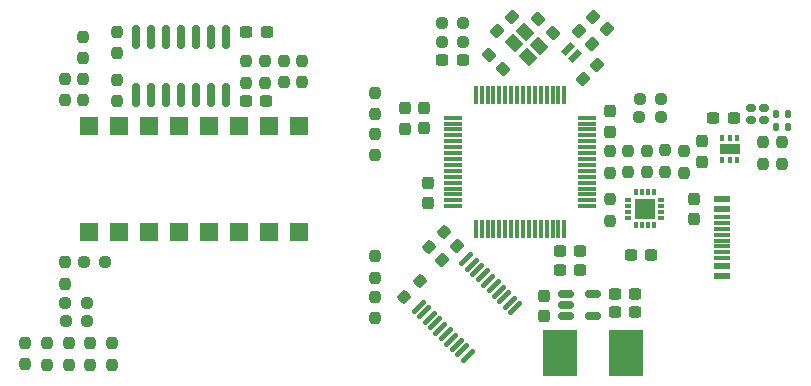
<source format=gtp>
G04 #@! TF.GenerationSoftware,KiCad,Pcbnew,7.0.2-0*
G04 #@! TF.CreationDate,2023-05-07T22:08:19-05:00*
G04 #@! TF.ProjectId,spudglo_driver_v4p3,73707564-676c-46f5-9f64-72697665725f,rev?*
G04 #@! TF.SameCoordinates,Original*
G04 #@! TF.FileFunction,Paste,Top*
G04 #@! TF.FilePolarity,Positive*
%FSLAX46Y46*%
G04 Gerber Fmt 4.6, Leading zero omitted, Abs format (unit mm)*
G04 Created by KiCad (PCBNEW 7.0.2-0) date 2023-05-07 22:08:19*
%MOMM*%
%LPD*%
G01*
G04 APERTURE LIST*
G04 Aperture macros list*
%AMRoundRect*
0 Rectangle with rounded corners*
0 $1 Rounding radius*
0 $2 $3 $4 $5 $6 $7 $8 $9 X,Y pos of 4 corners*
0 Add a 4 corners polygon primitive as box body*
4,1,4,$2,$3,$4,$5,$6,$7,$8,$9,$2,$3,0*
0 Add four circle primitives for the rounded corners*
1,1,$1+$1,$2,$3*
1,1,$1+$1,$4,$5*
1,1,$1+$1,$6,$7*
1,1,$1+$1,$8,$9*
0 Add four rect primitives between the rounded corners*
20,1,$1+$1,$2,$3,$4,$5,0*
20,1,$1+$1,$4,$5,$6,$7,0*
20,1,$1+$1,$6,$7,$8,$9,0*
20,1,$1+$1,$8,$9,$2,$3,0*%
%AMRotRect*
0 Rectangle, with rotation*
0 The origin of the aperture is its center*
0 $1 length*
0 $2 width*
0 $3 Rotation angle, in degrees counterclockwise*
0 Add horizontal line*
21,1,$1,$2,0,0,$3*%
G04 Aperture macros list end*
%ADD10RoundRect,0.160000X0.222500X0.160000X-0.222500X0.160000X-0.222500X-0.160000X0.222500X-0.160000X0*%
%ADD11RoundRect,0.135000X-0.135000X-0.185000X0.135000X-0.185000X0.135000X0.185000X-0.135000X0.185000X0*%
%ADD12RoundRect,0.237500X-0.237500X0.250000X-0.237500X-0.250000X0.237500X-0.250000X0.237500X0.250000X0*%
%ADD13RoundRect,0.237500X0.250000X0.237500X-0.250000X0.237500X-0.250000X-0.237500X0.250000X-0.237500X0*%
%ADD14RoundRect,0.237500X-0.237500X0.300000X-0.237500X-0.300000X0.237500X-0.300000X0.237500X0.300000X0*%
%ADD15RotRect,0.575000X1.140000X135.000000*%
%ADD16RoundRect,0.075000X-0.075000X0.700000X-0.075000X-0.700000X0.075000X-0.700000X0.075000X0.700000X0*%
%ADD17RoundRect,0.075000X-0.700000X0.075000X-0.700000X-0.075000X0.700000X-0.075000X0.700000X0.075000X0*%
%ADD18RoundRect,0.237500X-0.300000X-0.237500X0.300000X-0.237500X0.300000X0.237500X-0.300000X0.237500X0*%
%ADD19RoundRect,0.237500X0.237500X-0.250000X0.237500X0.250000X-0.237500X0.250000X-0.237500X-0.250000X0*%
%ADD20RoundRect,0.237500X0.300000X0.237500X-0.300000X0.237500X-0.300000X-0.237500X0.300000X-0.237500X0*%
%ADD21R,1.500000X1.500000*%
%ADD22RoundRect,0.237500X-0.008839X-0.344715X0.344715X0.008839X0.008839X0.344715X-0.344715X-0.008839X0*%
%ADD23R,3.000000X4.000000*%
%ADD24RotRect,1.000000X1.200000X45.000000*%
%ADD25RoundRect,0.237500X0.237500X-0.300000X0.237500X0.300000X-0.237500X0.300000X-0.237500X-0.300000X0*%
%ADD26RoundRect,0.237500X-0.250000X-0.237500X0.250000X-0.237500X0.250000X0.237500X-0.250000X0.237500X0*%
%ADD27RoundRect,0.237500X-0.044194X-0.380070X0.380070X0.044194X0.044194X0.380070X-0.380070X-0.044194X0*%
%ADD28RoundRect,0.150000X-0.512500X-0.150000X0.512500X-0.150000X0.512500X0.150000X-0.512500X0.150000X0*%
%ADD29RoundRect,0.237500X-0.380070X0.044194X0.044194X-0.380070X0.380070X-0.044194X-0.044194X0.380070X0*%
%ADD30R,1.450000X0.600000*%
%ADD31R,1.450000X0.300000*%
%ADD32R,0.625000X0.300000*%
%ADD33R,0.300000X0.625000*%
%ADD34R,1.700000X1.700000*%
%ADD35RoundRect,0.237500X0.380070X-0.044194X-0.044194X0.380070X-0.380070X0.044194X0.044194X-0.380070X0*%
%ADD36R,0.400000X0.470000*%
%ADD37R,1.700000X0.950000*%
%ADD38RoundRect,0.100000X0.380070X0.521491X-0.521491X-0.380070X-0.380070X-0.521491X0.521491X0.380070X0*%
%ADD39RoundRect,0.150000X-0.150000X0.825000X-0.150000X-0.825000X0.150000X-0.825000X0.150000X0.825000X0*%
G04 APERTURE END LIST*
D10*
X262745000Y-57875000D03*
X261600000Y-57875000D03*
X262745000Y-56875000D03*
X261600000Y-56875000D03*
D11*
X263755000Y-57450000D03*
X264775000Y-57450000D03*
X263765000Y-58500000D03*
X264785000Y-58500000D03*
D12*
X207510000Y-76840000D03*
X207510000Y-78665000D03*
D13*
X206955000Y-69950000D03*
X205130000Y-69950000D03*
D14*
X244100000Y-72797500D03*
X244100000Y-74522500D03*
D15*
X246691682Y-52471682D03*
X246108318Y-51888318D03*
D16*
X245812000Y-55793000D03*
X245312000Y-55793000D03*
X244812000Y-55793000D03*
X244312000Y-55793000D03*
X243812000Y-55793000D03*
X243312000Y-55793000D03*
X242812000Y-55793000D03*
X242312000Y-55793000D03*
X241812000Y-55793000D03*
X241312000Y-55793000D03*
X240812000Y-55793000D03*
X240312000Y-55793000D03*
X239812000Y-55793000D03*
X239312000Y-55793000D03*
X238812000Y-55793000D03*
X238312000Y-55793000D03*
D17*
X236387000Y-57718000D03*
X236387000Y-58218000D03*
X236387000Y-58718000D03*
X236387000Y-59218000D03*
X236387000Y-59718000D03*
X236387000Y-60218000D03*
X236387000Y-60718000D03*
X236387000Y-61218000D03*
X236387000Y-61718000D03*
X236387000Y-62218000D03*
X236387000Y-62718000D03*
X236387000Y-63218000D03*
X236387000Y-63718000D03*
X236387000Y-64218000D03*
X236387000Y-64718000D03*
X236387000Y-65218000D03*
D16*
X238312000Y-67143000D03*
X238812000Y-67143000D03*
X239312000Y-67143000D03*
X239812000Y-67143000D03*
X240312000Y-67143000D03*
X240812000Y-67143000D03*
X241312000Y-67143000D03*
X241812000Y-67143000D03*
X242312000Y-67143000D03*
X242812000Y-67143000D03*
X243312000Y-67143000D03*
X243812000Y-67143000D03*
X244312000Y-67143000D03*
X244812000Y-67143000D03*
X245312000Y-67143000D03*
X245812000Y-67143000D03*
D17*
X247737000Y-65218000D03*
X247737000Y-64718000D03*
X247737000Y-64218000D03*
X247737000Y-63718000D03*
X247737000Y-63218000D03*
X247737000Y-62718000D03*
X247737000Y-62218000D03*
X247737000Y-61718000D03*
X247737000Y-61218000D03*
X247737000Y-60718000D03*
X247737000Y-60218000D03*
X247737000Y-59718000D03*
X247737000Y-59218000D03*
X247737000Y-58718000D03*
X247737000Y-58218000D03*
X247737000Y-57718000D03*
D18*
X218887500Y-50440000D03*
X220612500Y-50440000D03*
D19*
X205090000Y-56260000D03*
X205090000Y-54435000D03*
D20*
X237202500Y-52870000D03*
X235477500Y-52870000D03*
D18*
X251450000Y-69380000D03*
X253175000Y-69380000D03*
D20*
X260140000Y-57777500D03*
X258415000Y-57777500D03*
D21*
X205570000Y-67400000D03*
X208110000Y-67400000D03*
X210650000Y-67400000D03*
X213190000Y-67400000D03*
X215730000Y-67400000D03*
X218270000Y-67400000D03*
X220810000Y-67400000D03*
X223350000Y-67400000D03*
X223350000Y-58400000D03*
X220810000Y-58400000D03*
X218270000Y-58400000D03*
X215730000Y-58400000D03*
X213190000Y-58400000D03*
X210650000Y-58400000D03*
X208110000Y-58400000D03*
X205570000Y-58400000D03*
D12*
X229750000Y-69460000D03*
X229750000Y-71285000D03*
D22*
X232274765Y-72875235D03*
X233565235Y-71584765D03*
D23*
X251010000Y-77660000D03*
X245410000Y-77660000D03*
D18*
X250077500Y-74200000D03*
X251802500Y-74200000D03*
D24*
X241549340Y-51368579D03*
X242751421Y-52570660D03*
X243670660Y-51651421D03*
X242468579Y-50449340D03*
D19*
X249670000Y-66465000D03*
X249670000Y-64640000D03*
D13*
X205422500Y-74970000D03*
X203597500Y-74970000D03*
D25*
X233910000Y-58605000D03*
X233910000Y-56880000D03*
D19*
X223620000Y-54735000D03*
X223620000Y-52910000D03*
D12*
X203570000Y-54440000D03*
X203570000Y-56265000D03*
D19*
X229770000Y-74720000D03*
X229770000Y-72895000D03*
D25*
X234260000Y-64955000D03*
X234260000Y-63230000D03*
D26*
X252180000Y-56120000D03*
X254005000Y-56120000D03*
D12*
X205620000Y-76827500D03*
X205620000Y-78652500D03*
D20*
X247135000Y-69030000D03*
X245410000Y-69030000D03*
D27*
X247048318Y-50378318D03*
X248268078Y-49158558D03*
D13*
X253982500Y-57690000D03*
X252157500Y-57690000D03*
X237250000Y-51300000D03*
X235425000Y-51300000D03*
D12*
X203550000Y-69950000D03*
X203550000Y-71775000D03*
X251220000Y-60510000D03*
X251220000Y-62335000D03*
X207960000Y-54490000D03*
X207960000Y-56315000D03*
D28*
X245962500Y-72630000D03*
X245962500Y-73580000D03*
X245962500Y-74530000D03*
X248237500Y-74530000D03*
X248237500Y-72630000D03*
D27*
X240140240Y-50379760D03*
X241360000Y-49160000D03*
D29*
X239430240Y-52380240D03*
X240650000Y-53600000D03*
D19*
X218850000Y-54750000D03*
X218850000Y-52925000D03*
X207900000Y-52282500D03*
X207900000Y-50457500D03*
D12*
X255910000Y-60555000D03*
X255910000Y-62380000D03*
X252770000Y-60517500D03*
X252770000Y-62342500D03*
D19*
X262610000Y-61625000D03*
X262610000Y-59800000D03*
X229780000Y-60892500D03*
X229780000Y-59067500D03*
D12*
X205070000Y-50865000D03*
X205070000Y-52690000D03*
D14*
X249670000Y-57177500D03*
X249670000Y-58902500D03*
D22*
X234329530Y-68690470D03*
X235620000Y-67400000D03*
D30*
X259165000Y-71120000D03*
X259165000Y-70320000D03*
D31*
X259165000Y-69120000D03*
X259165000Y-68120000D03*
X259165000Y-67620000D03*
X259165000Y-66620000D03*
D30*
X259165000Y-65420000D03*
X259165000Y-64620000D03*
X259165000Y-64620000D03*
X259165000Y-65420000D03*
D31*
X259165000Y-66120000D03*
X259165000Y-67120000D03*
X259165000Y-68620000D03*
X259165000Y-69620000D03*
D30*
X259165000Y-70320000D03*
X259165000Y-71120000D03*
D18*
X250077500Y-72610000D03*
X251802500Y-72610000D03*
D19*
X220460000Y-54750000D03*
X220460000Y-52925000D03*
D20*
X247132500Y-70590000D03*
X245407500Y-70590000D03*
D13*
X205392500Y-73370000D03*
X203567500Y-73370000D03*
D32*
X253987500Y-66190000D03*
X253987500Y-65690000D03*
X253987500Y-65190000D03*
X253987500Y-64690000D03*
D33*
X253380000Y-64022500D03*
X252880000Y-64022500D03*
X252380000Y-64022500D03*
X251880000Y-64022500D03*
D32*
X251212500Y-64690000D03*
X251212500Y-65190000D03*
X251212500Y-65690000D03*
X251212500Y-66190000D03*
D33*
X251880000Y-66797500D03*
X252380000Y-66797500D03*
X252880000Y-66797500D03*
X253380000Y-66797500D03*
D34*
X252605000Y-65415000D03*
D27*
X248168318Y-51458318D03*
X249388078Y-50238558D03*
D12*
X249660000Y-60550000D03*
X249660000Y-62375000D03*
D25*
X256810000Y-66315000D03*
X256810000Y-64590000D03*
D18*
X218844999Y-56340000D03*
X220569999Y-56340000D03*
D35*
X244820000Y-50580000D03*
X243600240Y-49360240D03*
D12*
X229770000Y-55590000D03*
X229770000Y-57415000D03*
D26*
X235425000Y-49690000D03*
X237250000Y-49690000D03*
D25*
X232330000Y-58642500D03*
X232330000Y-56917500D03*
D12*
X254320000Y-60497500D03*
X254320000Y-62322500D03*
D27*
X247370120Y-54469880D03*
X248589880Y-53250120D03*
D36*
X259160000Y-61310000D03*
X259810000Y-61310000D03*
X260460000Y-61310000D03*
X260460000Y-59480000D03*
X259810000Y-59480000D03*
X259160000Y-59480000D03*
D37*
X259810000Y-60395000D03*
D38*
X241662380Y-73834194D03*
X241202761Y-73374575D03*
X240743142Y-72914955D03*
X240283522Y-72455336D03*
X239823903Y-71995717D03*
X239364283Y-71536097D03*
X238904664Y-71076478D03*
X238445045Y-70616858D03*
X237985425Y-70157239D03*
X237525806Y-69697620D03*
X233477620Y-73745806D03*
X233937239Y-74205425D03*
X234396858Y-74665045D03*
X234856478Y-75124664D03*
X235316097Y-75584283D03*
X235775717Y-76043903D03*
X236235336Y-76503522D03*
X236694955Y-76963142D03*
X237154575Y-77422761D03*
X237614194Y-77882380D03*
D12*
X203890000Y-76810000D03*
X203890000Y-78635000D03*
D39*
X217180000Y-50880000D03*
X215910000Y-50880000D03*
X214640000Y-50880000D03*
X213370000Y-50880000D03*
X212100000Y-50880000D03*
X210830000Y-50880000D03*
X209560000Y-50880000D03*
X209560000Y-55830000D03*
X210830000Y-55830000D03*
X212100000Y-55830000D03*
X213370000Y-55830000D03*
X214640000Y-55830000D03*
X215910000Y-55830000D03*
X217180000Y-55830000D03*
D19*
X222060000Y-54732500D03*
X222060000Y-52907500D03*
D25*
X257425000Y-61452500D03*
X257425000Y-59727500D03*
D19*
X264220000Y-61612500D03*
X264220000Y-59787500D03*
D12*
X200140000Y-76777500D03*
X200140000Y-78602500D03*
X201980000Y-76827500D03*
X201980000Y-78652500D03*
D27*
X235470000Y-69770000D03*
X236689760Y-68550240D03*
M02*

</source>
